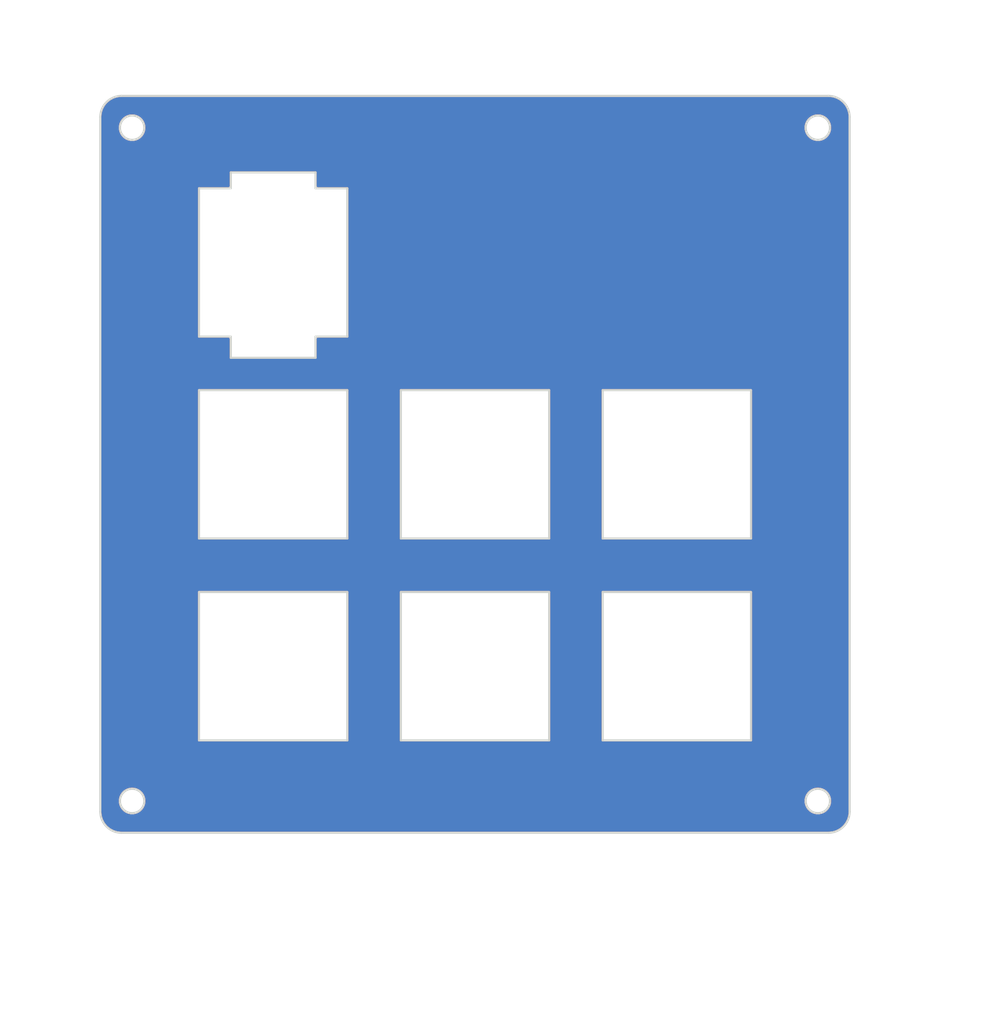
<source format=kicad_pcb>
(kicad_pcb (version 20171130) (host pcbnew "(5.1.10)-1")

  (general
    (thickness 1.6)
    (drawings 144)
    (tracks 0)
    (zones 0)
    (modules 1)
    (nets 1)
  )

  (page A4)
  (layers
    (0 F.Cu signal)
    (31 B.Cu signal)
    (32 B.Adhes user)
    (33 F.Adhes user)
    (34 B.Paste user)
    (35 F.Paste user)
    (36 B.SilkS user hide)
    (37 F.SilkS user)
    (38 B.Mask user)
    (39 F.Mask user)
    (40 Dwgs.User user)
    (41 Cmts.User user)
    (42 Eco1.User user)
    (43 Eco2.User user)
    (44 Edge.Cuts user)
    (45 Margin user)
    (46 B.CrtYd user)
    (47 F.CrtYd user)
    (48 B.Fab user)
    (49 F.Fab user)
  )

  (setup
    (last_trace_width 0.25)
    (trace_clearance 0.2)
    (zone_clearance 0)
    (zone_45_only no)
    (trace_min 0.2)
    (via_size 0.8)
    (via_drill 0.4)
    (via_min_size 0.4)
    (via_min_drill 0.3)
    (uvia_size 0.3)
    (uvia_drill 0.1)
    (uvias_allowed no)
    (uvia_min_size 0.2)
    (uvia_min_drill 0.1)
    (edge_width 0.05)
    (segment_width 0.2)
    (pcb_text_width 0.3)
    (pcb_text_size 1.5 1.5)
    (mod_edge_width 0.12)
    (mod_text_size 1 1)
    (mod_text_width 0.15)
    (pad_size 1.524 1.524)
    (pad_drill 0.762)
    (pad_to_mask_clearance 0.051)
    (solder_mask_min_width 0.25)
    (aux_axis_origin 0 0)
    (visible_elements 7FFFFFFF)
    (pcbplotparams
      (layerselection 0x010c0_ffffffff)
      (usegerberextensions false)
      (usegerberattributes false)
      (usegerberadvancedattributes false)
      (creategerberjobfile false)
      (gerberprecision 5)
      (excludeedgelayer true)
      (linewidth 0.100000)
      (plotframeref false)
      (viasonmask false)
      (mode 1)
      (useauxorigin false)
      (hpglpennumber 1)
      (hpglpenspeed 20)
      (hpglpendiameter 15.000000)
      (psnegative false)
      (psa4output false)
      (plotreference true)
      (plotvalue true)
      (plotinvisibletext false)
      (padsonsilk false)
      (subtractmaskfromsilk false)
      (outputformat 1)
      (mirror false)
      (drillshape 0)
      (scaleselection 1)
      (outputdirectory "Gerber/"))
  )

  (net 0 "")

  (net_class Default "This is the default net class."
    (clearance 0.2)
    (trace_width 0.25)
    (via_dia 0.8)
    (via_drill 0.4)
    (uvia_dia 0.3)
    (uvia_drill 0.1)
  )

  (module "CustomLogo:VCL logo" (layer F.Cu) (tedit 62052E6C) (tstamp 620591FD)
    (at 274.4216 93.3196)
    (fp_text reference G*** (at 0 0) (layer F.SilkS) hide
      (effects (font (size 1.524 1.524) (thickness 0.3)))
    )
    (fp_text value LOGO (at 0.75 0) (layer F.SilkS) hide
      (effects (font (size 1.524 1.524) (thickness 0.3)))
    )
    (fp_poly (pts (xy 4.804962 -1.160024) (xy 4.81567 -1.135546) (xy 4.833966 -1.081199) (xy 4.857343 -1.004862)
      (xy 4.883297 -0.914416) (xy 4.88493 -0.908538) (xy 4.98105 -0.599621) (xy 5.0886 -0.325991)
      (xy 5.208635 -0.085262) (xy 5.342213 0.124955) (xy 5.342316 0.125098) (xy 5.384988 0.181397)
      (xy 5.446757 0.258874) (xy 5.52094 0.349338) (xy 5.600856 0.444599) (xy 5.646695 0.498231)
      (xy 5.86061 0.75522) (xy 6.048945 1.001272) (xy 6.218472 1.246641) (xy 6.375962 1.501581)
      (xy 6.528185 1.776345) (xy 6.653138 2.022231) (xy 6.786383 2.300374) (xy 6.899249 2.552604)
      (xy 6.99368 2.785084) (xy 7.07162 3.003977) (xy 7.135011 3.215443) (xy 7.185798 3.425646)
      (xy 7.225924 3.640746) (xy 7.257331 3.866906) (xy 7.269358 3.976077) (xy 7.278589 4.106508)
      (xy 7.283376 4.265877) (xy 7.283955 4.444327) (xy 7.280558 4.631999) (xy 7.273419 4.819035)
      (xy 7.262772 4.995579) (xy 7.248851 5.151772) (xy 7.23973 5.226539) (xy 7.154383 5.721333)
      (xy 7.033882 6.226354) (xy 6.879477 6.737625) (xy 6.692418 7.251169) (xy 6.473956 7.763006)
      (xy 6.380212 7.961923) (xy 6.306972 8.11031) (xy 6.236658 8.247236) (xy 6.171299 8.36919)
      (xy 6.112926 8.472663) (xy 6.06357 8.554145) (xy 6.02526 8.610124) (xy 6.000026 8.637091)
      (xy 5.990639 8.635476) (xy 5.98169 8.607574) (xy 5.963427 8.5495) (xy 5.938092 8.468414)
      (xy 5.907922 8.371473) (xy 5.889963 8.313616) (xy 5.791533 8.011305) (xy 5.688037 7.725098)
      (xy 5.577009 7.450428) (xy 5.455984 7.182733) (xy 5.322496 6.917448) (xy 5.174078 6.650007)
      (xy 5.008265 6.375847) (xy 4.822591 6.090402) (xy 4.61459 5.78911) (xy 4.381796 5.467404)
      (xy 4.273955 5.322322) (xy 4.140567 5.143764) (xy 4.028047 4.992171) (xy 3.933542 4.863456)
      (xy 3.854199 4.75353) (xy 3.787165 4.658305) (xy 3.729587 4.573694) (xy 3.678612 4.495607)
      (xy 3.631388 4.419957) (xy 3.585062 4.342655) (xy 3.557953 4.296267) (xy 3.401053 3.990864)
      (xy 3.28047 3.67682) (xy 3.23033 3.504523) (xy 3.175 3.292231) (xy 3.176427 2.657231)
      (xy 3.178354 2.403175) (xy 3.183299 2.180187) (xy 3.19184 1.980332) (xy 3.204556 1.795678)
      (xy 3.222027 1.618291) (xy 3.244833 1.440238) (xy 3.273551 1.253586) (xy 3.283051 1.196815)
      (xy 3.360782 0.806029) (xy 3.455525 0.447651) (xy 3.567027 0.12219) (xy 3.695037 -0.169846)
      (xy 3.839301 -0.427947) (xy 3.999567 -0.651605) (xy 4.175582 -0.840312) (xy 4.367094 -0.993559)
      (xy 4.373189 -0.99768) (xy 4.448596 -1.04311) (xy 4.5328 -1.085483) (xy 4.617815 -1.121794)
      (xy 4.695655 -1.149041) (xy 4.758333 -1.164222) (xy 4.797863 -1.164333) (xy 4.804962 -1.160024)) (layer F.Mask) (width 0.01))
    (fp_poly (pts (xy 2.811728 -1.989185) (xy 3.077612 -1.97965) (xy 3.339331 -1.962045) (xy 3.588427 -1.936472)
      (xy 3.69277 -1.92259) (xy 3.778175 -1.909126) (xy 3.874996 -1.891965) (xy 3.975306 -1.872747)
      (xy 4.071183 -1.85311) (xy 4.154701 -1.834696) (xy 4.217937 -1.819142) (xy 4.252966 -1.808089)
      (xy 4.256791 -1.805894) (xy 4.247149 -1.789971) (xy 4.215633 -1.751171) (xy 4.167052 -1.695171)
      (xy 4.106212 -1.627643) (xy 4.100484 -1.621396) (xy 3.862015 -1.339623) (xy 3.634458 -1.027608)
      (xy 3.422878 -0.693749) (xy 3.232342 -0.346439) (xy 3.067917 0.005924) (xy 2.971817 0.249031)
      (xy 2.844052 0.649608) (xy 2.746557 1.064674) (xy 2.68045 1.486682) (xy 2.646846 1.908089)
      (xy 2.646863 2.321348) (xy 2.651649 2.413) (xy 2.659405 2.529695) (xy 2.663643 2.617074)
      (xy 2.660836 2.68282) (xy 2.647457 2.734617) (xy 2.61998 2.780146) (xy 2.574879 2.827091)
      (xy 2.508626 2.883134) (xy 2.417694 2.955959) (xy 2.393462 2.975451) (xy 2.040103 3.237368)
      (xy 1.673401 3.46319) (xy 1.291666 3.653659) (xy 0.893206 3.809516) (xy 0.476331 3.931501)
      (xy 0.039348 4.020355) (xy -0.008442 4.027896) (xy -0.118891 4.042838) (xy -0.236172 4.054321)
      (xy -0.367904 4.06281) (xy -0.521704 4.068772) (xy -0.705189 4.072672) (xy -0.75223 4.073324)
      (xy -0.891159 4.074741) (xy -1.02116 4.075409) (xy -1.135829 4.075345) (xy -1.228759 4.074569)
      (xy -1.293544 4.0731) (xy -1.318846 4.071656) (xy -1.829341 4.006874) (xy -2.328569 3.916069)
      (xy -2.821107 3.797829) (xy -3.311529 3.650741) (xy -3.804412 3.473392) (xy -4.304331 3.264369)
      (xy -4.815861 3.022258) (xy -4.970166 2.944043) (xy -5.106192 2.873001) (xy -5.251035 2.795482)
      (xy -5.393932 2.717375) (xy -5.524118 2.644566) (xy -5.63083 2.582944) (xy -5.636846 2.579377)
      (xy -5.732816 2.521259) (xy -5.835732 2.457038) (xy -5.940545 2.39008) (xy -6.042206 2.32375)
      (xy -6.135667 2.261413) (xy -6.215878 2.206435) (xy -6.277789 2.162183) (xy -6.316353 2.13202)
      (xy -6.326775 2.119493) (xy -6.305924 2.119786) (xy -6.25922 2.127203) (xy -6.222984 2.134528)
      (xy -6.175608 2.14061) (xy -6.096083 2.146118) (xy -5.991336 2.150779) (xy -5.868293 2.154318)
      (xy -5.733882 2.156461) (xy -5.656384 2.156948) (xy -5.466139 2.156073) (xy -5.30625 2.151486)
      (xy -5.168078 2.141939) (xy -5.042978 2.126184) (xy -4.922311 2.102973) (xy -4.797433 2.071058)
      (xy -4.659703 2.029192) (xy -4.572 2.000352) (xy -4.384948 1.931954) (xy -4.198657 1.851748)
      (xy -4.010439 1.757892) (xy -3.817608 1.648542) (xy -3.61748 1.521855) (xy -3.407369 1.375989)
      (xy -3.184588 1.209101) (xy -2.946453 1.019347) (xy -2.690276 0.804885) (xy -2.413374 0.563873)
      (xy -2.198077 0.371438) (xy -2.018664 0.210706) (xy -1.838603 0.051571) (xy -1.66272 -0.10182)
      (xy -1.495836 -0.24532) (xy -1.342777 -0.374784) (xy -1.208367 -0.486064) (xy -1.097429 -0.575015)
      (xy -1.092466 -0.578894) (xy -0.725387 -0.853108) (xy -0.369228 -1.093262) (xy -0.019743 -1.30131)
      (xy 0.327314 -1.479207) (xy 0.676192 -1.628905) (xy 1.031135 -1.75236) (xy 1.396391 -1.851525)
      (xy 1.776206 -1.928354) (xy 1.875693 -1.944575) (xy 2.073661 -1.968344) (xy 2.301295 -1.983635)
      (xy 2.550137 -1.990547) (xy 2.811728 -1.989185)) (layer F.Mask) (width 0.01))
    (fp_poly (pts (xy 5.795603 -3.168539) (xy 5.823611 -3.12357) (xy 5.864218 -3.055185) (xy 5.914231 -2.968756)
      (xy 5.96735 -2.875182) (xy 6.141545 -2.565642) (xy 6.48033 -2.501955) (xy 6.590497 -2.480512)
      (xy 6.68678 -2.460378) (xy 6.762813 -2.442999) (xy 6.81223 -2.429817) (xy 6.828591 -2.422934)
      (xy 6.819004 -2.404404) (xy 6.786548 -2.36246) (xy 6.735324 -2.301965) (xy 6.669432 -2.227781)
      (xy 6.603803 -2.156359) (xy 6.510031 -2.053942) (xy 6.442204 -1.975313) (xy 6.397904 -1.917374)
      (xy 6.374718 -1.877028) (xy 6.369732 -1.856212) (xy 6.37213 -1.820514) (xy 6.378625 -1.75395)
      (xy 6.38837 -1.664419) (xy 6.400521 -1.55982) (xy 6.408285 -1.495796) (xy 6.420971 -1.390454)
      (xy 6.431339 -1.299834) (xy 6.43868 -1.230523) (xy 6.442284 -1.189105) (xy 6.442284 -1.18026)
      (xy 6.424072 -1.186759) (xy 6.376228 -1.20728) (xy 6.304504 -1.239263) (xy 6.21465 -1.280147)
      (xy 6.12654 -1.320809) (xy 6.023214 -1.367949) (xy 5.930563 -1.408656) (xy 5.855023 -1.440224)
      (xy 5.803035 -1.459947) (xy 5.782454 -1.465384) (xy 5.75267 -1.457402) (xy 5.695956 -1.435685)
      (xy 5.620533 -1.403575) (xy 5.536992 -1.365532) (xy 5.406494 -1.304645) (xy 5.296266 -1.253938)
      (xy 5.209739 -1.214949) (xy 5.150342 -1.189217) (xy 5.121508 -1.178279) (xy 5.11927 -1.178267)
      (xy 5.121607 -1.197911) (xy 5.127945 -1.249765) (xy 5.137475 -1.327257) (xy 5.149389 -1.423817)
      (xy 5.158154 -1.494692) (xy 5.171398 -1.604566) (xy 5.182714 -1.703921) (xy 5.191257 -1.784878)
      (xy 5.196177 -1.839559) (xy 5.197038 -1.856212) (xy 5.188294 -1.885251) (xy 5.160273 -1.929527)
      (xy 5.110561 -1.992137) (xy 5.036741 -2.076179) (xy 4.962967 -2.156359) (xy 4.8877 -2.238457)
      (xy 4.823556 -2.311071) (xy 4.774635 -2.369337) (xy 4.745037 -2.408394) (xy 4.738179 -2.422934)
      (xy 4.759567 -2.431341) (xy 4.813055 -2.445191) (xy 4.892276 -2.463038) (xy 4.990865 -2.48344)
      (xy 5.08644 -2.501955) (xy 5.425224 -2.565642) (xy 5.59942 -2.875182) (xy 5.655397 -2.973744)
      (xy 5.704988 -3.059345) (xy 5.745003 -3.126613) (xy 5.772248 -3.17018) (xy 5.783385 -3.184722)
      (xy 5.795603 -3.168539)) (layer F.Mask) (width 0.01))
    (fp_poly (pts (xy -0.180447 -5.187626) (xy 0.189941 -5.162911) (xy 0.537549 -5.122491) (xy 0.741065 -5.089049)
      (xy 1.20246 -4.985056) (xy 1.642553 -4.848304) (xy 2.06138 -4.678771) (xy 2.458976 -4.476434)
      (xy 2.835378 -4.241271) (xy 3.190622 -3.97326) (xy 3.524743 -3.672377) (xy 3.837779 -3.338601)
      (xy 4.118979 -2.986545) (xy 4.180703 -2.900579) (xy 4.245172 -2.806589) (xy 4.308481 -2.710764)
      (xy 4.366724 -2.619295) (xy 4.415994 -2.538371) (xy 4.452388 -2.474184) (xy 4.471998 -2.432924)
      (xy 4.474308 -2.423356) (xy 4.455588 -2.413203) (xy 4.402339 -2.40667) (xy 4.318931 -2.403633)
      (xy 4.209733 -2.403967) (xy 4.079112 -2.407547) (xy 3.931439 -2.414248) (xy 3.771082 -2.423945)
      (xy 3.602409 -2.436514) (xy 3.429789 -2.451829) (xy 3.409462 -2.453801) (xy 3.126025 -2.478589)
      (xy 2.845673 -2.497403) (xy 2.574092 -2.510113) (xy 2.316968 -2.516592) (xy 2.079987 -2.516711)
      (xy 1.868834 -2.510341) (xy 1.689195 -2.497354) (xy 1.653556 -2.49349) (xy 1.246849 -2.429682)
      (xy 0.856019 -2.334134) (xy 0.47724 -2.205372) (xy 0.106684 -2.041922) (xy -0.259474 -1.842309)
      (xy -0.590174 -1.629312) (xy -0.799348 -1.484923) (xy -1.176328 -1.488336) (xy -1.300391 -1.489757)
      (xy -1.416955 -1.491638) (xy -1.518063 -1.493809) (xy -1.595762 -1.496101) (xy -1.64123 -1.498278)
      (xy -1.695402 -1.503278) (xy -1.777069 -1.511999) (xy -1.874967 -1.523196) (xy -1.973384 -1.535067)
      (xy -2.262146 -1.578045) (xy -2.540007 -1.634943) (xy -2.81187 -1.707672) (xy -3.082637 -1.798144)
      (xy -3.357212 -1.908271) (xy -3.640496 -2.039963) (xy -3.937391 -2.195133) (xy -4.252801 -2.375692)
      (xy -4.474307 -2.510201) (xy -4.726039 -2.663094) (xy -4.95184 -2.793362) (xy -5.156128 -2.902995)
      (xy -5.34332 -2.993988) (xy -5.517831 -3.068334) (xy -5.684078 -3.128025) (xy -5.846479 -3.175054)
      (xy -6.009448 -3.211415) (xy -6.041504 -3.217402) (xy -6.189833 -3.236809) (xy -6.365416 -3.247667)
      (xy -6.557432 -3.250212) (xy -6.755059 -3.244675) (xy -6.947474 -3.231291) (xy -7.123854 -3.210294)
      (xy -7.22923 -3.191762) (xy -7.236965 -3.195191) (xy -7.213842 -3.214102) (xy -7.163843 -3.246276)
      (xy -7.090947 -3.289493) (xy -6.999136 -3.341532) (xy -6.892389 -3.400175) (xy -6.774688 -3.463202)
      (xy -6.650011 -3.528393) (xy -6.522341 -3.593528) (xy -6.398846 -3.654829) (xy -5.811087 -3.928698)
      (xy -5.216667 -4.179432) (xy -4.619687 -4.405739) (xy -4.024246 -4.606325) (xy -3.434445 -4.779898)
      (xy -2.854386 -4.925166) (xy -2.288169 -5.040835) (xy -1.739895 -5.125613) (xy -1.729154 -5.126982)
      (xy -1.34797 -5.166316) (xy -0.957435 -5.189453) (xy -0.565584 -5.196515) (xy -0.180447 -5.187626)) (layer F.Mask) (width 0.01))
    (fp_poly (pts (xy -2.718665 -8.641797) (xy -2.671604 -8.619927) (xy -2.598848 -8.58513) (xy -2.505043 -8.539642)
      (xy -2.394835 -8.485701) (xy -2.290884 -8.434456) (xy -2.003945 -8.296547) (xy -1.732575 -8.175149)
      (xy -1.471434 -8.068884) (xy -1.215184 -7.976373) (xy -0.958485 -7.896239) (xy -0.695997 -7.827103)
      (xy -0.422381 -7.767587) (xy -0.132297 -7.716312) (xy 0.179593 -7.6719) (xy 0.518629 -7.632972)
      (xy 0.890151 -7.598151) (xy 0.976923 -7.590892) (xy 1.270586 -7.564597) (xy 1.530011 -7.536263)
      (xy 1.760026 -7.504821) (xy 1.965457 -7.469198) (xy 2.151133 -7.428324) (xy 2.321879 -7.381126)
      (xy 2.482523 -7.326534) (xy 2.637893 -7.263475) (xy 2.792816 -7.190879) (xy 2.80377 -7.185412)
      (xy 3.004579 -7.077171) (xy 3.192166 -6.95902) (xy 3.374145 -6.825261) (xy 3.558134 -6.670195)
      (xy 3.75175 -6.488122) (xy 3.801166 -6.439102) (xy 4.050923 -6.174695) (xy 4.26443 -5.916128)
      (xy 4.44275 -5.659841) (xy 4.586946 -5.402273) (xy 4.698082 -5.139862) (xy 4.777221 -4.869048)
      (xy 4.825425 -4.586269) (xy 4.843759 -4.287964) (xy 4.833285 -3.970572) (xy 4.795066 -3.630532)
      (xy 4.737789 -3.302) (xy 4.712216 -3.170325) (xy 4.692777 -3.075098) (xy 4.675417 -3.015044)
      (xy 4.656085 -2.988884) (xy 4.630727 -2.995343) (xy 4.595291 -3.033142) (xy 4.545723 -3.101005)
      (xy 4.477971 -3.197654) (xy 4.464942 -3.216027) (xy 4.202277 -3.569883) (xy 3.942548 -3.887881)
      (xy 3.682707 -4.17278) (xy 3.419706 -4.427339) (xy 3.150497 -4.654315) (xy 2.872033 -4.856468)
      (xy 2.581265 -5.036555) (xy 2.276231 -5.19681) (xy 2.150724 -5.255937) (xy 2.027845 -5.310286)
      (xy 1.902869 -5.361454) (xy 1.77107 -5.411036) (xy 1.627726 -5.460627) (xy 1.46811 -5.511823)
      (xy 1.287498 -5.56622) (xy 1.081166 -5.625414) (xy 0.84439 -5.690999) (xy 0.683846 -5.734594)
      (xy 0.448541 -5.798824) (xy 0.246186 -5.855813) (xy 0.071701 -5.907305) (xy -0.079993 -5.955044)
      (xy -0.213978 -6.000773) (xy -0.335332 -6.046234) (xy -0.449136 -6.093171) (xy -0.560471 -6.143327)
      (xy -0.674415 -6.198445) (xy -0.688674 -6.20556) (xy -0.945886 -6.346299) (xy -1.179311 -6.500855)
      (xy -1.399844 -6.677193) (xy -1.618379 -6.883278) (xy -1.625449 -6.890441) (xy -1.849402 -7.134736)
      (xy -2.054863 -7.395366) (xy -2.246245 -7.678656) (xy -2.427961 -7.990931) (xy -2.530819 -8.188128)
      (xy -2.572602 -8.273374) (xy -2.615679 -8.364754) (xy -2.656688 -8.454699) (xy -2.692264 -8.535639)
      (xy -2.719044 -8.600007) (xy -2.733667 -8.640233) (xy -2.735384 -8.648502) (xy -2.718665 -8.641797)) (layer F.Mask) (width 0.01))
  )

  (gr_line (start 302.061184 81.53473) (end 302.061184 147.065746) (layer B.Mask) (width 2))
  (gr_arc (start 300.061184 81.53473) (end 302.061184 81.53473) (angle -90) (layer B.Mask) (width 2))
  (gr_line (start 233.339263 79.53473) (end 300.061184 79.53473) (layer B.Mask) (width 2))
  (gr_arc (start 233.339263 81.534729) (end 233.339263 79.53473) (angle -90) (layer B.Mask) (width 2))
  (gr_line (start 231.339263 147.065746) (end 231.339263 81.53473) (layer B.Mask) (width 2))
  (gr_arc (start 233.339263 147.065746) (end 231.339263 147.065746) (angle -90) (layer B.Mask) (width 2))
  (gr_line (start 300.061184 149.065746) (end 233.339263 149.065745) (layer B.Mask) (width 2))
  (gr_arc (start 300.061184 147.065746) (end 300.061184 149.065746) (angle -90) (layer B.Mask) (width 2))
  (gr_line (start 259.7 126.35) (end 259.7 140.35) (layer B.Mask) (width 2))
  (gr_line (start 273.7 126.35) (end 259.7 126.35) (layer B.Mask) (width 2))
  (gr_line (start 273.7 140.35) (end 273.7 126.35) (layer B.Mask) (width 2))
  (gr_line (start 259.7 140.35) (end 273.7 140.35) (layer B.Mask) (width 2))
  (gr_circle (center 234.339263 146.065746) (end 235.489263 146.065746) (layer B.Mask) (width 2))
  (gr_line (start 273.7 121.299999) (end 273.7 107.3) (layer B.Mask) (width 2))
  (gr_line (start 259.7 121.299999) (end 273.7 121.299999) (layer B.Mask) (width 2))
  (gr_line (start 259.7 107.3) (end 259.7 121.299999) (layer B.Mask) (width 2))
  (gr_line (start 273.7 107.3) (end 259.7 107.3) (layer B.Mask) (width 2))
  (gr_line (start 254.65 126.35) (end 240.65 126.35) (layer B.Mask) (width 2))
  (gr_line (start 254.65 140.35) (end 254.65 126.35) (layer B.Mask) (width 2))
  (gr_line (start 240.65 140.35) (end 254.65 140.35) (layer B.Mask) (width 2))
  (gr_line (start 240.65 126.35) (end 240.65 140.35) (layer B.Mask) (width 2))
  (gr_circle (center 299.061184 146.065746) (end 300.211184 146.065746) (layer B.Mask) (width 2))
  (gr_circle (center 299.061184 82.53473) (end 300.211184 82.53473) (layer B.Mask) (width 2))
  (gr_line (start 278.75 107.299999) (end 278.75 121.299999) (layer B.Mask) (width 2))
  (gr_line (start 292.75 107.299999) (end 278.75 107.299999) (layer B.Mask) (width 2))
  (gr_line (start 292.75 121.299999) (end 292.75 107.299999) (layer B.Mask) (width 2))
  (gr_line (start 278.75 121.299999) (end 292.75 121.299999) (layer B.Mask) (width 2))
  (gr_line (start 292.75 126.35) (end 278.749999 126.35) (layer B.Mask) (width 2))
  (gr_line (start 292.75 140.35) (end 292.75 126.35) (layer B.Mask) (width 2))
  (gr_line (start 278.749999 140.35) (end 292.75 140.35) (layer B.Mask) (width 2))
  (gr_line (start 278.749999 126.35) (end 278.749999 140.35) (layer B.Mask) (width 2))
  (gr_circle (center 234.339263 82.53473) (end 235.489263 82.53473) (layer B.Mask) (width 2))
  (gr_line (start 254.65 121.299999) (end 254.65 107.3) (layer B.Mask) (width 2))
  (gr_line (start 240.65 121.299999) (end 254.65 121.299999) (layer B.Mask) (width 2))
  (gr_line (start 240.65 107.3) (end 240.65 121.299999) (layer B.Mask) (width 2))
  (gr_line (start 254.65 107.3) (end 240.65 107.3) (layer B.Mask) (width 2))
  (gr_line (start 254.65104 88.2504) (end 251.65104 88.2504) (layer B.Mask) (width 2))
  (gr_line (start 254.65104 102.2504) (end 254.65104 88.2504) (layer B.Mask) (width 2))
  (gr_line (start 251.65104 102.2504) (end 254.65104 102.2504) (layer B.Mask) (width 2))
  (gr_line (start 251.65104 104.2504) (end 251.65104 102.2504) (layer B.Mask) (width 2))
  (gr_line (start 243.65104 104.2504) (end 251.65104 104.2504) (layer B.Mask) (width 2))
  (gr_line (start 243.65104 102.2504) (end 243.65104 104.2504) (layer B.Mask) (width 2))
  (gr_line (start 240.65104 102.2504) (end 243.65104 102.2504) (layer B.Mask) (width 2))
  (gr_line (start 240.65104 88.2504) (end 240.65104 102.2504) (layer B.Mask) (width 2))
  (gr_line (start 243.65104 88.2504) (end 240.65104 88.2504) (layer B.Mask) (width 2))
  (gr_line (start 243.65104 86.750399) (end 243.65104 88.2504) (layer B.Mask) (width 2))
  (gr_line (start 251.65104 86.750399) (end 243.65104 86.750399) (layer B.Mask) (width 2))
  (gr_line (start 251.65104 88.2504) (end 251.65104 86.750399) (layer B.Mask) (width 2))
  (gr_line (start 254.65104 102.2504) (end 254.65104 88.2504) (layer F.Mask) (width 2))
  (gr_line (start 251.65104 102.2504) (end 254.65104 102.2504) (layer F.Mask) (width 2))
  (gr_line (start 251.65104 104.2504) (end 251.65104 102.2504) (layer F.Mask) (width 2))
  (gr_line (start 243.65104 104.2504) (end 251.65104 104.2504) (layer F.Mask) (width 2))
  (gr_line (start 302.061184 81.53473) (end 302.061184 147.065746) (layer F.Mask) (width 2))
  (gr_arc (start 300.061184 81.53473) (end 302.061184 81.53473) (angle -90) (layer F.Mask) (width 2))
  (gr_line (start 233.339263 79.53473) (end 300.061184 79.53473) (layer F.Mask) (width 2))
  (gr_arc (start 233.339263 81.534729) (end 233.339263 79.53473) (angle -90) (layer F.Mask) (width 2))
  (gr_line (start 231.339263 147.065746) (end 231.339263 81.53473) (layer F.Mask) (width 2))
  (gr_arc (start 233.339263 147.065746) (end 231.339263 147.065746) (angle -90) (layer F.Mask) (width 2))
  (gr_line (start 300.061184 149.065746) (end 233.339263 149.065745) (layer F.Mask) (width 2))
  (gr_arc (start 300.061184 147.065746) (end 300.061184 149.065746) (angle -90) (layer F.Mask) (width 2))
  (gr_line (start 259.7 126.35) (end 259.7 140.35) (layer F.Mask) (width 2))
  (gr_line (start 273.7 126.35) (end 259.7 126.35) (layer F.Mask) (width 2))
  (gr_line (start 273.7 140.35) (end 273.7 126.35) (layer F.Mask) (width 2))
  (gr_line (start 259.7 140.35) (end 273.7 140.35) (layer F.Mask) (width 2))
  (gr_circle (center 234.339263 146.065746) (end 235.489263 146.065746) (layer F.Mask) (width 2))
  (gr_line (start 273.7 121.299999) (end 273.7 107.3) (layer F.Mask) (width 2))
  (gr_line (start 259.7 121.299999) (end 273.7 121.299999) (layer F.Mask) (width 2))
  (gr_line (start 259.7 107.3) (end 259.7 121.299999) (layer F.Mask) (width 2))
  (gr_line (start 273.7 107.3) (end 259.7 107.3) (layer F.Mask) (width 2))
  (gr_line (start 254.65 126.35) (end 240.65 126.35) (layer F.Mask) (width 2))
  (gr_line (start 254.65 140.35) (end 254.65 126.35) (layer F.Mask) (width 2))
  (gr_line (start 240.65 140.35) (end 254.65 140.35) (layer F.Mask) (width 2))
  (gr_line (start 240.65 126.35) (end 240.65 140.35) (layer F.Mask) (width 2))
  (gr_circle (center 299.061184 146.065746) (end 300.211184 146.065746) (layer F.Mask) (width 2))
  (gr_circle (center 299.061184 82.53473) (end 300.211184 82.53473) (layer F.Mask) (width 2))
  (gr_line (start 278.75 107.299999) (end 278.75 121.299999) (layer F.Mask) (width 2))
  (gr_line (start 292.75 107.299999) (end 278.75 107.299999) (layer F.Mask) (width 2))
  (gr_line (start 292.75 121.299999) (end 292.75 107.299999) (layer F.Mask) (width 2))
  (gr_line (start 278.75 121.299999) (end 292.75 121.299999) (layer F.Mask) (width 2))
  (gr_line (start 292.75 126.35) (end 278.749999 126.35) (layer F.Mask) (width 2))
  (gr_line (start 292.75 140.35) (end 292.75 126.35) (layer F.Mask) (width 2))
  (gr_line (start 278.749999 140.35) (end 292.75 140.35) (layer F.Mask) (width 2))
  (gr_line (start 278.749999 126.35) (end 278.749999 140.35) (layer F.Mask) (width 2))
  (gr_circle (center 234.339263 82.53473) (end 235.489263 82.53473) (layer F.Mask) (width 2))
  (gr_line (start 254.65 121.299999) (end 254.65 107.3) (layer F.Mask) (width 2))
  (gr_line (start 240.65 121.299999) (end 254.65 121.299999) (layer F.Mask) (width 2))
  (gr_line (start 240.65 107.3) (end 240.65 121.299999) (layer F.Mask) (width 2))
  (gr_line (start 254.65 107.3) (end 240.65 107.3) (layer F.Mask) (width 2))
  (gr_line (start 254.65104 88.2504) (end 251.65104 88.2504) (layer F.Mask) (width 2))
  (gr_line (start 243.65104 102.2504) (end 243.65104 104.2504) (layer F.Mask) (width 2))
  (gr_line (start 240.65104 102.2504) (end 243.65104 102.2504) (layer F.Mask) (width 2))
  (gr_line (start 240.65104 88.2504) (end 240.65104 102.2504) (layer F.Mask) (width 2))
  (gr_line (start 243.65104 88.2504) (end 240.65104 88.2504) (layer F.Mask) (width 2))
  (gr_line (start 243.65104 86.750399) (end 243.65104 88.2504) (layer F.Mask) (width 2))
  (gr_line (start 251.65104 86.750399) (end 243.65104 86.750399) (layer F.Mask) (width 2))
  (gr_line (start 251.65104 88.2504) (end 251.65104 86.750399) (layer F.Mask) (width 2))
  (gr_line (start 302.061184 81.53473) (end 302.061184 147.065746) (layer Edge.Cuts) (width 0.2))
  (gr_arc (start 300.061184 81.53473) (end 302.061184 81.53473) (angle -90) (layer Edge.Cuts) (width 0.2))
  (gr_line (start 233.339263 79.53473) (end 300.061184 79.53473) (layer Edge.Cuts) (width 0.2))
  (gr_arc (start 233.339263 81.534729) (end 233.339263 79.53473) (angle -90) (layer Edge.Cuts) (width 0.2))
  (gr_line (start 231.339263 147.065746) (end 231.339263 81.53473) (layer Edge.Cuts) (width 0.2))
  (gr_arc (start 233.339263 147.065746) (end 231.339263 147.065746) (angle -90) (layer Edge.Cuts) (width 0.2))
  (gr_line (start 300.061184 149.065746) (end 233.339263 149.065745) (layer Edge.Cuts) (width 0.2))
  (gr_arc (start 300.061184 147.065746) (end 300.061184 149.065746) (angle -90) (layer Edge.Cuts) (width 0.2))
  (gr_line (start 259.7 126.35) (end 259.7 140.35) (layer Edge.Cuts) (width 0.2))
  (gr_line (start 273.7 126.35) (end 259.7 126.35) (layer Edge.Cuts) (width 0.2))
  (gr_line (start 273.7 140.35) (end 273.7 126.35) (layer Edge.Cuts) (width 0.2))
  (gr_line (start 259.7 140.35) (end 273.7 140.35) (layer Edge.Cuts) (width 0.2))
  (gr_circle (center 234.339263 146.065746) (end 235.489263 146.065746) (layer Edge.Cuts) (width 0.2))
  (gr_line (start 273.7 121.299999) (end 273.7 107.3) (layer Edge.Cuts) (width 0.2))
  (gr_line (start 259.7 121.299999) (end 273.7 121.299999) (layer Edge.Cuts) (width 0.2))
  (gr_line (start 259.7 107.3) (end 259.7 121.299999) (layer Edge.Cuts) (width 0.2))
  (gr_line (start 273.7 107.3) (end 259.7 107.3) (layer Edge.Cuts) (width 0.2))
  (gr_line (start 254.65 126.35) (end 240.65 126.35) (layer Edge.Cuts) (width 0.2))
  (gr_line (start 254.65 140.35) (end 254.65 126.35) (layer Edge.Cuts) (width 0.2))
  (gr_line (start 240.65 140.35) (end 254.65 140.35) (layer Edge.Cuts) (width 0.2))
  (gr_line (start 240.65 126.35) (end 240.65 140.35) (layer Edge.Cuts) (width 0.2))
  (gr_circle (center 299.061184 146.065746) (end 300.211184 146.065746) (layer Edge.Cuts) (width 0.2))
  (gr_circle (center 299.061184 82.53473) (end 300.211184 82.53473) (layer Edge.Cuts) (width 0.2))
  (gr_line (start 278.75 107.299999) (end 278.75 121.299999) (layer Edge.Cuts) (width 0.2))
  (gr_line (start 292.75 107.299999) (end 278.75 107.299999) (layer Edge.Cuts) (width 0.2))
  (gr_line (start 292.75 121.299999) (end 292.75 107.299999) (layer Edge.Cuts) (width 0.2))
  (gr_line (start 278.75 121.299999) (end 292.75 121.299999) (layer Edge.Cuts) (width 0.2))
  (gr_line (start 292.75 126.35) (end 278.749999 126.35) (layer Edge.Cuts) (width 0.2))
  (gr_line (start 292.75 140.35) (end 292.75 126.35) (layer Edge.Cuts) (width 0.2))
  (gr_line (start 278.749999 140.35) (end 292.75 140.35) (layer Edge.Cuts) (width 0.2))
  (gr_line (start 278.749999 126.35) (end 278.749999 140.35) (layer Edge.Cuts) (width 0.2))
  (gr_circle (center 234.339263 82.53473) (end 235.489263 82.53473) (layer Edge.Cuts) (width 0.2))
  (gr_line (start 254.65 121.299999) (end 254.65 107.3) (layer Edge.Cuts) (width 0.2))
  (gr_line (start 240.65 121.299999) (end 254.65 121.299999) (layer Edge.Cuts) (width 0.2))
  (gr_line (start 240.65 107.3) (end 240.65 121.299999) (layer Edge.Cuts) (width 0.2))
  (gr_line (start 254.65 107.3) (end 240.65 107.3) (layer Edge.Cuts) (width 0.2))
  (gr_line (start 254.65104 88.2504) (end 251.65104 88.2504) (layer Edge.Cuts) (width 0.2))
  (gr_line (start 254.65104 102.2504) (end 254.65104 88.2504) (layer Edge.Cuts) (width 0.2))
  (gr_line (start 251.65104 102.2504) (end 254.65104 102.2504) (layer Edge.Cuts) (width 0.2))
  (gr_line (start 251.65104 104.2504) (end 251.65104 102.2504) (layer Edge.Cuts) (width 0.2))
  (gr_line (start 243.65104 104.2504) (end 251.65104 104.2504) (layer Edge.Cuts) (width 0.2))
  (gr_line (start 243.65104 102.2504) (end 243.65104 104.2504) (layer Edge.Cuts) (width 0.2))
  (gr_line (start 240.65104 102.2504) (end 243.65104 102.2504) (layer Edge.Cuts) (width 0.2))
  (gr_line (start 240.65104 88.2504) (end 240.65104 102.2504) (layer Edge.Cuts) (width 0.2))
  (gr_line (start 243.65104 88.2504) (end 240.65104 88.2504) (layer Edge.Cuts) (width 0.2))
  (gr_line (start 243.65104 86.750399) (end 243.65104 88.2504) (layer Edge.Cuts) (width 0.2))
  (gr_line (start 251.65104 86.750399) (end 243.65104 86.750399) (layer Edge.Cuts) (width 0.2))
  (gr_line (start 251.65104 88.2504) (end 251.65104 86.750399) (layer Edge.Cuts) (width 0.2))

  (zone (net 0) (net_name "") (layer F.Cu) (tstamp 619888EA) (hatch edge 0.508)
    (connect_pads (clearance 0))
    (min_thickness 0.254)
    (fill yes (arc_segments 32) (thermal_gap 0) (thermal_bridge_width 0.508))
    (polygon
      (pts
        (xy 315.214 167.132) (xy 221.869 167.132) (xy 221.869 70.485) (xy 315.214 70.485)
      )
    )
    (filled_polygon
      (pts
        (xy 300.40535 79.796565) (xy 300.736406 79.896516) (xy 301.041746 80.058869) (xy 301.309733 80.277434) (xy 301.530164 80.543888)
        (xy 301.694644 80.848087) (xy 301.796905 81.178438) (xy 301.834176 81.533052) (xy 301.834184 81.535242) (xy 301.834185 147.054629)
        (xy 301.799349 147.409912) (xy 301.699397 147.740971) (xy 301.537047 148.046306) (xy 301.318481 148.314294) (xy 301.052022 148.534729)
        (xy 300.747827 148.699206) (xy 300.417475 148.801467) (xy 300.062862 148.838738) (xy 300.060387 148.838747) (xy 233.35036 148.838745)
        (xy 232.995097 148.803911) (xy 232.664038 148.703959) (xy 232.358703 148.541609) (xy 232.090715 148.323043) (xy 231.87028 148.056584)
        (xy 231.705803 147.752389) (xy 231.603542 147.422037) (xy 231.566271 147.067424) (xy 231.566263 147.065234) (xy 231.566263 145.928816)
        (xy 232.94899 145.928816) (xy 232.94899 146.202676) (xy 233.002417 146.471274) (xy 233.107219 146.724287) (xy 233.259367 146.951993)
        (xy 233.453016 147.145642) (xy 233.680722 147.29779) (xy 233.933735 147.402592) (xy 234.202333 147.456019) (xy 234.476193 147.456019)
        (xy 234.744791 147.402592) (xy 234.997804 147.29779) (xy 235.22551 147.145642) (xy 235.419159 146.951993) (xy 235.571307 146.724287)
        (xy 235.676109 146.471274) (xy 235.729536 146.202676) (xy 235.729536 145.928816) (xy 297.670911 145.928816) (xy 297.670911 146.202676)
        (xy 297.724338 146.471274) (xy 297.82914 146.724287) (xy 297.981288 146.951993) (xy 298.174937 147.145642) (xy 298.402643 147.29779)
        (xy 298.655656 147.402592) (xy 298.924254 147.456019) (xy 299.198114 147.456019) (xy 299.466712 147.402592) (xy 299.719725 147.29779)
        (xy 299.947431 147.145642) (xy 300.14108 146.951993) (xy 300.293228 146.724287) (xy 300.39803 146.471274) (xy 300.451457 146.202676)
        (xy 300.451457 145.928816) (xy 300.39803 145.660218) (xy 300.293228 145.407205) (xy 300.14108 145.179499) (xy 299.947431 144.98585)
        (xy 299.719725 144.833702) (xy 299.466712 144.7289) (xy 299.198114 144.675473) (xy 298.924254 144.675473) (xy 298.655656 144.7289)
        (xy 298.402643 144.833702) (xy 298.174937 144.98585) (xy 297.981288 145.179499) (xy 297.82914 145.407205) (xy 297.724338 145.660218)
        (xy 297.670911 145.928816) (xy 235.729536 145.928816) (xy 235.676109 145.660218) (xy 235.571307 145.407205) (xy 235.419159 145.179499)
        (xy 235.22551 144.98585) (xy 234.997804 144.833702) (xy 234.744791 144.7289) (xy 234.476193 144.675473) (xy 234.202333 144.675473)
        (xy 233.933735 144.7289) (xy 233.680722 144.833702) (xy 233.453016 144.98585) (xy 233.259367 145.179499) (xy 233.107219 145.407205)
        (xy 233.002417 145.660218) (xy 232.94899 145.928816) (xy 231.566263 145.928816) (xy 231.566263 126.35) (xy 240.421902 126.35)
        (xy 240.423 126.361148) (xy 240.423001 140.338842) (xy 240.421902 140.35) (xy 240.426285 140.3945) (xy 240.439265 140.437289)
        (xy 240.460343 140.476724) (xy 240.48871 140.51129) (xy 240.523276 140.539657) (xy 240.562711 140.560735) (xy 240.6055 140.573715)
        (xy 240.638852 140.577) (xy 240.65 140.578098) (xy 240.661148 140.577) (xy 254.638852 140.577) (xy 254.65 140.578098)
        (xy 254.661148 140.577) (xy 254.6945 140.573715) (xy 254.737289 140.560735) (xy 254.776724 140.539657) (xy 254.81129 140.51129)
        (xy 254.839657 140.476724) (xy 254.860735 140.437289) (xy 254.873715 140.3945) (xy 254.878098 140.35) (xy 254.877 140.338852)
        (xy 254.877 126.361148) (xy 254.878098 126.35) (xy 259.471902 126.35) (xy 259.473 126.361148) (xy 259.473001 140.338842)
        (xy 259.471902 140.35) (xy 259.476285 140.3945) (xy 259.489265 140.437289) (xy 259.510343 140.476724) (xy 259.53871 140.51129)
        (xy 259.573276 140.539657) (xy 259.612711 140.560735) (xy 259.6555 140.573715) (xy 259.688852 140.577) (xy 259.7 140.578098)
        (xy 259.711148 140.577) (xy 273.688852 140.577) (xy 273.7 140.578098) (xy 273.711148 140.577) (xy 273.7445 140.573715)
        (xy 273.787289 140.560735) (xy 273.826724 140.539657) (xy 273.86129 140.51129) (xy 273.889657 140.476724) (xy 273.910735 140.437289)
        (xy 273.923715 140.3945) (xy 273.928098 140.35) (xy 273.927 140.338852) (xy 273.927 126.361148) (xy 273.928098 126.35)
        (xy 278.521901 126.35) (xy 278.522999 126.361148) (xy 278.523 140.338842) (xy 278.521901 140.35) (xy 278.526284 140.3945)
        (xy 278.539264 140.437289) (xy 278.560342 140.476724) (xy 278.588709 140.51129) (xy 278.623275 140.539657) (xy 278.66271 140.560735)
        (xy 278.705499 140.573715) (xy 278.738851 140.577) (xy 278.749999 140.578098) (xy 278.761147 140.577) (xy 292.738852 140.577)
        (xy 292.75 140.578098) (xy 292.761148 140.577) (xy 292.7945 140.573715) (xy 292.837289 140.560735) (xy 292.876724 140.539657)
        (xy 292.91129 140.51129) (xy 292.939657 140.476724) (xy 292.960735 140.437289) (xy 292.973715 140.3945) (xy 292.978098 140.35)
        (xy 292.977 140.338852) (xy 292.977 126.361148) (xy 292.978098 126.35) (xy 292.973715 126.3055) (xy 292.960735 126.262711)
        (xy 292.939657 126.223276) (xy 292.91129 126.18871) (xy 292.876724 126.160343) (xy 292.837289 126.139265) (xy 292.7945 126.126285)
        (xy 292.761148 126.123) (xy 292.75 126.121902) (xy 292.738852 126.123) (xy 278.761147 126.123) (xy 278.749999 126.121902)
        (xy 278.738851 126.123) (xy 278.705499 126.126285) (xy 278.66271 126.139265) (xy 278.623275 126.160343) (xy 278.588709 126.18871)
        (xy 278.560342 126.223276) (xy 278.539264 126.262711) (xy 278.526284 126.3055) (xy 278.521901 126.35) (xy 273.928098 126.35)
        (xy 273.923715 126.3055) (xy 273.910735 126.262711) (xy 273.889657 126.223276) (xy 273.86129 126.18871) (xy 273.826724 126.160343)
        (xy 273.787289 126.139265) (xy 273.7445 126.126285) (xy 273.711148 126.123) (xy 273.7 126.121902) (xy 273.688852 126.123)
        (xy 259.711148 126.123) (xy 259.7 126.121902) (xy 259.688852 126.123) (xy 259.6555 126.126285) (xy 259.612711 126.139265)
        (xy 259.573276 126.160343) (xy 259.53871 126.18871) (xy 259.510343 126.223276) (xy 259.489265 126.262711) (xy 259.476285 126.3055)
        (xy 259.471902 126.35) (xy 254.878098 126.35) (xy 254.873715 126.3055) (xy 254.860735 126.262711) (xy 254.839657 126.223276)
        (xy 254.81129 126.18871) (xy 254.776724 126.160343) (xy 254.737289 126.139265) (xy 254.6945 126.126285) (xy 254.661148 126.123)
        (xy 254.65 126.121902) (xy 254.638852 126.123) (xy 240.661148 126.123) (xy 240.65 126.121902) (xy 240.638852 126.123)
        (xy 240.6055 126.126285) (xy 240.562711 126.139265) (xy 240.523276 126.160343) (xy 240.48871 126.18871) (xy 240.460343 126.223276)
        (xy 240.439265 126.262711) (xy 240.426285 126.3055) (xy 240.421902 126.35) (xy 231.566263 126.35) (xy 231.566263 107.3)
        (xy 240.421902 107.3) (xy 240.423 107.311148) (xy 240.423001 121.288841) (xy 240.421902 121.299999) (xy 240.426285 121.344499)
        (xy 240.439265 121.387288) (xy 240.460343 121.426723) (xy 240.48871 121.461289) (xy 240.523276 121.489656) (xy 240.562711 121.510734)
        (xy 240.6055 121.523714) (xy 240.638852 121.526999) (xy 240.65 121.528097) (xy 240.661148 121.526999) (xy 254.638852 121.526999)
        (xy 254.65 121.528097) (xy 254.661148 121.526999) (xy 254.6945 121.523714) (xy 254.737289 121.510734) (xy 254.776724 121.489656)
        (xy 254.81129 121.461289) (xy 254.839657 121.426723) (xy 254.860735 121.387288) (xy 254.873715 121.344499) (xy 254.878098 121.299999)
        (xy 254.877 121.288851) (xy 254.877 107.311148) (xy 254.878098 107.3) (xy 259.471902 107.3) (xy 259.473 107.311148)
        (xy 259.473001 121.288841) (xy 259.471902 121.299999) (xy 259.476285 121.344499) (xy 259.489265 121.387288) (xy 259.510343 121.426723)
        (xy 259.53871 121.461289) (xy 259.573276 121.489656) (xy 259.612711 121.510734) (xy 259.6555 121.523714) (xy 259.688852 121.526999)
        (xy 259.7 121.528097) (xy 259.711148 121.526999) (xy 273.688852 121.526999) (xy 273.7 121.528097) (xy 273.711148 121.526999)
        (xy 273.7445 121.523714) (xy 273.787289 121.510734) (xy 273.826724 121.489656) (xy 273.86129 121.461289) (xy 273.889657 121.426723)
        (xy 273.910735 121.387288) (xy 273.923715 121.344499) (xy 273.928098 121.299999) (xy 273.927 121.288851) (xy 273.927 107.311148)
        (xy 273.928098 107.3) (xy 273.928098 107.299999) (xy 278.521902 107.299999) (xy 278.523 107.311147) (xy 278.523001 121.288841)
        (xy 278.521902 121.299999) (xy 278.526285 121.344499) (xy 278.539265 121.387288) (xy 278.560343 121.426723) (xy 278.58871 121.461289)
        (xy 278.623276 121.489656) (xy 278.662711 121.510734) (xy 278.7055 121.523714) (xy 278.738852 121.526999) (xy 278.75 121.528097)
        (xy 278.761148 121.526999) (xy 292.738852 121.526999) (xy 292.75 121.528097) (xy 292.761148 121.526999) (xy 292.7945 121.523714)
        (xy 292.837289 121.510734) (xy 292.876724 121.489656) (xy 292.91129 121.461289) (xy 292.939657 121.426723) (xy 292.960735 121.387288)
        (xy 292.973715 121.344499) (xy 292.978098 121.299999) (xy 292.977 121.288851) (xy 292.977 107.311147) (xy 292.978098 107.299999)
        (xy 292.973715 107.255499) (xy 292.960735 107.21271) (xy 292.939657 107.173275) (xy 292.91129 107.138709) (xy 292.876724 107.110342)
        (xy 292.837289 107.089264) (xy 292.7945 107.076284) (xy 292.761148 107.072999) (xy 292.75 107.071901) (xy 292.738852 107.072999)
        (xy 278.761148 107.072999) (xy 278.75 107.071901) (xy 278.738852 107.072999) (xy 278.7055 107.076284) (xy 278.662711 107.089264)
        (xy 278.623276 107.110342) (xy 278.58871 107.138709) (xy 278.560343 107.173275) (xy 278.539265 107.21271) (xy 278.526285 107.255499)
        (xy 278.521902 107.299999) (xy 273.928098 107.299999) (xy 273.923715 107.2555) (xy 273.910735 107.212711) (xy 273.889657 107.173276)
        (xy 273.86129 107.13871) (xy 273.826724 107.110343) (xy 273.787289 107.089265) (xy 273.7445 107.076285) (xy 273.711148 107.073)
        (xy 273.7 107.071902) (xy 273.688852 107.073) (xy 259.711148 107.073) (xy 259.7 107.071902) (xy 259.688852 107.073)
        (xy 259.6555 107.076285) (xy 259.612711 107.089265) (xy 259.573276 107.110343) (xy 259.53871 107.13871) (xy 259.510343 107.173276)
        (xy 259.489265 107.212711) (xy 259.476285 107.2555) (xy 259.471902 107.3) (xy 254.878098 107.3) (xy 254.873715 107.2555)
        (xy 254.860735 107.212711) (xy 254.839657 107.173276) (xy 254.81129 107.13871) (xy 254.776724 107.110343) (xy 254.737289 107.089265)
        (xy 254.6945 107.076285) (xy 254.661148 107.073) (xy 254.65 107.071902) (xy 254.638852 107.073) (xy 240.661148 107.073)
        (xy 240.65 107.071902) (xy 240.638852 107.073) (xy 240.6055 107.076285) (xy 240.562711 107.089265) (xy 240.523276 107.110343)
        (xy 240.48871 107.13871) (xy 240.460343 107.173276) (xy 240.439265 107.212711) (xy 240.426285 107.2555) (xy 240.421902 107.3)
        (xy 231.566263 107.3) (xy 231.566263 88.2504) (xy 240.422942 88.2504) (xy 240.42404 88.261547) (xy 240.424041 102.239242)
        (xy 240.422942 102.2504) (xy 240.427325 102.2949) (xy 240.440305 102.337689) (xy 240.461383 102.377124) (xy 240.48975 102.41169)
        (xy 240.524316 102.440057) (xy 240.563751 102.461135) (xy 240.60654 102.474115) (xy 240.639892 102.4774) (xy 240.65104 102.478498)
        (xy 240.662188 102.4774) (xy 243.42404 102.4774) (xy 243.424041 104.239242) (xy 243.422942 104.2504) (xy 243.427325 104.2949)
        (xy 243.440305 104.337689) (xy 243.461383 104.377124) (xy 243.48975 104.41169) (xy 243.524316 104.440057) (xy 243.563751 104.461135)
        (xy 243.60654 104.474115) (xy 243.639892 104.4774) (xy 243.65104 104.478498) (xy 243.662188 104.4774) (xy 251.639892 104.4774)
        (xy 251.65104 104.478498) (xy 251.662188 104.4774) (xy 251.69554 104.474115) (xy 251.738329 104.461135) (xy 251.777764 104.440057)
        (xy 251.81233 104.41169) (xy 251.840697 104.377124) (xy 251.861775 104.337689) (xy 251.874755 104.2949) (xy 251.879138 104.2504)
        (xy 251.87804 104.239252) (xy 251.87804 102.4774) (xy 254.639892 102.4774) (xy 254.65104 102.478498) (xy 254.662188 102.4774)
        (xy 254.69554 102.474115) (xy 254.738329 102.461135) (xy 254.777764 102.440057) (xy 254.81233 102.41169) (xy 254.840697 102.377124)
        (xy 254.861775 102.337689) (xy 254.874755 102.2949) (xy 254.879138 102.2504) (xy 254.87804 102.239252) (xy 254.87804 88.261547)
        (xy 254.879138 88.2504) (xy 254.874755 88.2059) (xy 254.861775 88.163111) (xy 254.840697 88.123676) (xy 254.81233 88.08911)
        (xy 254.777764 88.060743) (xy 254.738329 88.039665) (xy 254.69554 88.026685) (xy 254.662188 88.0234) (xy 254.65104 88.022302)
        (xy 254.639892 88.0234) (xy 251.87804 88.0234) (xy 251.87804 86.761547) (xy 251.879138 86.750399) (xy 251.874755 86.705899)
        (xy 251.861775 86.66311) (xy 251.840697 86.623675) (xy 251.81233 86.589109) (xy 251.777764 86.560742) (xy 251.738329 86.539664)
        (xy 251.69554 86.526684) (xy 251.662188 86.523399) (xy 251.65104 86.522301) (xy 251.639892 86.523399) (xy 243.662188 86.523399)
        (xy 243.65104 86.522301) (xy 243.639892 86.523399) (xy 243.60654 86.526684) (xy 243.563751 86.539664) (xy 243.524316 86.560742)
        (xy 243.48975 86.589109) (xy 243.461383 86.623675) (xy 243.440305 86.66311) (xy 243.427325 86.705899) (xy 243.422942 86.750399)
        (xy 243.42404 86.761547) (xy 243.424041 88.0234) (xy 240.662188 88.0234) (xy 240.65104 88.022302) (xy 240.639892 88.0234)
        (xy 240.60654 88.026685) (xy 240.563751 88.039665) (xy 240.524316 88.060743) (xy 240.48975 88.08911) (xy 240.461383 88.123676)
        (xy 240.440305 88.163111) (xy 240.427325 88.2059) (xy 240.422942 88.2504) (xy 231.566263 88.2504) (xy 231.566263 82.3978)
        (xy 232.94899 82.3978) (xy 232.94899 82.67166) (xy 233.002417 82.940258) (xy 233.107219 83.193271) (xy 233.259367 83.420977)
        (xy 233.453016 83.614626) (xy 233.680722 83.766774) (xy 233.933735 83.871576) (xy 234.202333 83.925003) (xy 234.476193 83.925003)
        (xy 234.744791 83.871576) (xy 234.997804 83.766774) (xy 235.22551 83.614626) (xy 235.419159 83.420977) (xy 235.571307 83.193271)
        (xy 235.676109 82.940258) (xy 235.729536 82.67166) (xy 235.729536 82.3978) (xy 297.670911 82.3978) (xy 297.670911 82.67166)
        (xy 297.724338 82.940258) (xy 297.82914 83.193271) (xy 297.981288 83.420977) (xy 298.174937 83.614626) (xy 298.402643 83.766774)
        (xy 298.655656 83.871576) (xy 298.924254 83.925003) (xy 299.198114 83.925003) (xy 299.466712 83.871576) (xy 299.719725 83.766774)
        (xy 299.947431 83.614626) (xy 300.14108 83.420977) (xy 300.293228 83.193271) (xy 300.39803 82.940258) (xy 300.451457 82.67166)
        (xy 300.451457 82.3978) (xy 300.39803 82.129202) (xy 300.293228 81.876189) (xy 300.14108 81.648483) (xy 299.947431 81.454834)
        (xy 299.719725 81.302686) (xy 299.466712 81.197884) (xy 299.198114 81.144457) (xy 298.924254 81.144457) (xy 298.655656 81.197884)
        (xy 298.402643 81.302686) (xy 298.174937 81.454834) (xy 297.981288 81.648483) (xy 297.82914 81.876189) (xy 297.724338 82.129202)
        (xy 297.670911 82.3978) (xy 235.729536 82.3978) (xy 235.676109 82.129202) (xy 235.571307 81.876189) (xy 235.419159 81.648483)
        (xy 235.22551 81.454834) (xy 234.997804 81.302686) (xy 234.744791 81.197884) (xy 234.476193 81.144457) (xy 234.202333 81.144457)
        (xy 233.933735 81.197884) (xy 233.680722 81.302686) (xy 233.453016 81.454834) (xy 233.259367 81.648483) (xy 233.107219 81.876189)
        (xy 233.002417 82.129202) (xy 232.94899 82.3978) (xy 231.566263 82.3978) (xy 231.566263 81.545845) (xy 231.601099 81.190563)
        (xy 231.701052 80.859504) (xy 231.863401 80.554168) (xy 232.081966 80.286181) (xy 232.348425 80.065748) (xy 232.65262 79.90127)
        (xy 232.982969 79.79901) (xy 233.337594 79.761738) (xy 233.339775 79.76173) (xy 300.050078 79.76173)
      )
    )
  )
  (zone (net 0) (net_name "") (layer B.Cu) (tstamp 619888E7) (hatch edge 0.508)
    (connect_pads (clearance 0))
    (min_thickness 0.254)
    (fill yes (arc_segments 32) (thermal_gap 0) (thermal_bridge_width 0.508))
    (polygon
      (pts
        (xy 315.214 167.132) (xy 221.869 167.132) (xy 221.869 70.485) (xy 315.214 70.485)
      )
    )
    (filled_polygon
      (pts
        (xy 300.40535 79.796565) (xy 300.736406 79.896516) (xy 301.041746 80.058869) (xy 301.309733 80.277434) (xy 301.530164 80.543888)
        (xy 301.694644 80.848087) (xy 301.796905 81.178438) (xy 301.834176 81.533052) (xy 301.834184 81.535242) (xy 301.834185 147.054629)
        (xy 301.799349 147.409912) (xy 301.699397 147.740971) (xy 301.537047 148.046306) (xy 301.318481 148.314294) (xy 301.052022 148.534729)
        (xy 300.747827 148.699206) (xy 300.417475 148.801467) (xy 300.062862 148.838738) (xy 300.060387 148.838747) (xy 233.35036 148.838745)
        (xy 232.995097 148.803911) (xy 232.664038 148.703959) (xy 232.358703 148.541609) (xy 232.090715 148.323043) (xy 231.87028 148.056584)
        (xy 231.705803 147.752389) (xy 231.603542 147.422037) (xy 231.566271 147.067424) (xy 231.566263 147.065234) (xy 231.566263 145.928816)
        (xy 232.94899 145.928816) (xy 232.94899 146.202676) (xy 233.002417 146.471274) (xy 233.107219 146.724287) (xy 233.259367 146.951993)
        (xy 233.453016 147.145642) (xy 233.680722 147.29779) (xy 233.933735 147.402592) (xy 234.202333 147.456019) (xy 234.476193 147.456019)
        (xy 234.744791 147.402592) (xy 234.997804 147.29779) (xy 235.22551 147.145642) (xy 235.419159 146.951993) (xy 235.571307 146.724287)
        (xy 235.676109 146.471274) (xy 235.729536 146.202676) (xy 235.729536 145.928816) (xy 297.670911 145.928816) (xy 297.670911 146.202676)
        (xy 297.724338 146.471274) (xy 297.82914 146.724287) (xy 297.981288 146.951993) (xy 298.174937 147.145642) (xy 298.402643 147.29779)
        (xy 298.655656 147.402592) (xy 298.924254 147.456019) (xy 299.198114 147.456019) (xy 299.466712 147.402592) (xy 299.719725 147.29779)
        (xy 299.947431 147.145642) (xy 300.14108 146.951993) (xy 300.293228 146.724287) (xy 300.39803 146.471274) (xy 300.451457 146.202676)
        (xy 300.451457 145.928816) (xy 300.39803 145.660218) (xy 300.293228 145.407205) (xy 300.14108 145.179499) (xy 299.947431 144.98585)
        (xy 299.719725 144.833702) (xy 299.466712 144.7289) (xy 299.198114 144.675473) (xy 298.924254 144.675473) (xy 298.655656 144.7289)
        (xy 298.402643 144.833702) (xy 298.174937 144.98585) (xy 297.981288 145.179499) (xy 297.82914 145.407205) (xy 297.724338 145.660218)
        (xy 297.670911 145.928816) (xy 235.729536 145.928816) (xy 235.676109 145.660218) (xy 235.571307 145.407205) (xy 235.419159 145.179499)
        (xy 235.22551 144.98585) (xy 234.997804 144.833702) (xy 234.744791 144.7289) (xy 234.476193 144.675473) (xy 234.202333 144.675473)
        (xy 233.933735 144.7289) (xy 233.680722 144.833702) (xy 233.453016 144.98585) (xy 233.259367 145.179499) (xy 233.107219 145.407205)
        (xy 233.002417 145.660218) (xy 232.94899 145.928816) (xy 231.566263 145.928816) (xy 231.566263 126.35) (xy 240.421902 126.35)
        (xy 240.423 126.361148) (xy 240.423001 140.338842) (xy 240.421902 140.35) (xy 240.426285 140.3945) (xy 240.439265 140.437289)
        (xy 240.460343 140.476724) (xy 240.48871 140.51129) (xy 240.523276 140.539657) (xy 240.562711 140.560735) (xy 240.6055 140.573715)
        (xy 240.638852 140.577) (xy 240.65 140.578098) (xy 240.661148 140.577) (xy 254.638852 140.577) (xy 254.65 140.578098)
        (xy 254.661148 140.577) (xy 254.6945 140.573715) (xy 254.737289 140.560735) (xy 254.776724 140.539657) (xy 254.81129 140.51129)
        (xy 254.839657 140.476724) (xy 254.860735 140.437289) (xy 254.873715 140.3945) (xy 254.878098 140.35) (xy 254.877 140.338852)
        (xy 254.877 126.361148) (xy 254.878098 126.35) (xy 259.471902 126.35) (xy 259.473 126.361148) (xy 259.473001 140.338842)
        (xy 259.471902 140.35) (xy 259.476285 140.3945) (xy 259.489265 140.437289) (xy 259.510343 140.476724) (xy 259.53871 140.51129)
        (xy 259.573276 140.539657) (xy 259.612711 140.560735) (xy 259.6555 140.573715) (xy 259.688852 140.577) (xy 259.7 140.578098)
        (xy 259.711148 140.577) (xy 273.688852 140.577) (xy 273.7 140.578098) (xy 273.711148 140.577) (xy 273.7445 140.573715)
        (xy 273.787289 140.560735) (xy 273.826724 140.539657) (xy 273.86129 140.51129) (xy 273.889657 140.476724) (xy 273.910735 140.437289)
        (xy 273.923715 140.3945) (xy 273.928098 140.35) (xy 273.927 140.338852) (xy 273.927 126.361148) (xy 273.928098 126.35)
        (xy 278.521901 126.35) (xy 278.522999 126.361148) (xy 278.523 140.338842) (xy 278.521901 140.35) (xy 278.526284 140.3945)
        (xy 278.539264 140.437289) (xy 278.560342 140.476724) (xy 278.588709 140.51129) (xy 278.623275 140.539657) (xy 278.66271 140.560735)
        (xy 278.705499 140.573715) (xy 278.738851 140.577) (xy 278.749999 140.578098) (xy 278.761147 140.577) (xy 292.738852 140.577)
        (xy 292.75 140.578098) (xy 292.761148 140.577) (xy 292.7945 140.573715) (xy 292.837289 140.560735) (xy 292.876724 140.539657)
        (xy 292.91129 140.51129) (xy 292.939657 140.476724) (xy 292.960735 140.437289) (xy 292.973715 140.3945) (xy 292.978098 140.35)
        (xy 292.977 140.338852) (xy 292.977 126.361148) (xy 292.978098 126.35) (xy 292.973715 126.3055) (xy 292.960735 126.262711)
        (xy 292.939657 126.223276) (xy 292.91129 126.18871) (xy 292.876724 126.160343) (xy 292.837289 126.139265) (xy 292.7945 126.126285)
        (xy 292.761148 126.123) (xy 292.75 126.121902) (xy 292.738852 126.123) (xy 278.761147 126.123) (xy 278.749999 126.121902)
        (xy 278.738851 126.123) (xy 278.705499 126.126285) (xy 278.66271 126.139265) (xy 278.623275 126.160343) (xy 278.588709 126.18871)
        (xy 278.560342 126.223276) (xy 278.539264 126.262711) (xy 278.526284 126.3055) (xy 278.521901 126.35) (xy 273.928098 126.35)
        (xy 273.923715 126.3055) (xy 273.910735 126.262711) (xy 273.889657 126.223276) (xy 273.86129 126.18871) (xy 273.826724 126.160343)
        (xy 273.787289 126.139265) (xy 273.7445 126.126285) (xy 273.711148 126.123) (xy 273.7 126.121902) (xy 273.688852 126.123)
        (xy 259.711148 126.123) (xy 259.7 126.121902) (xy 259.688852 126.123) (xy 259.6555 126.126285) (xy 259.612711 126.139265)
        (xy 259.573276 126.160343) (xy 259.53871 126.18871) (xy 259.510343 126.223276) (xy 259.489265 126.262711) (xy 259.476285 126.3055)
        (xy 259.471902 126.35) (xy 254.878098 126.35) (xy 254.873715 126.3055) (xy 254.860735 126.262711) (xy 254.839657 126.223276)
        (xy 254.81129 126.18871) (xy 254.776724 126.160343) (xy 254.737289 126.139265) (xy 254.6945 126.126285) (xy 254.661148 126.123)
        (xy 254.65 126.121902) (xy 254.638852 126.123) (xy 240.661148 126.123) (xy 240.65 126.121902) (xy 240.638852 126.123)
        (xy 240.6055 126.126285) (xy 240.562711 126.139265) (xy 240.523276 126.160343) (xy 240.48871 126.18871) (xy 240.460343 126.223276)
        (xy 240.439265 126.262711) (xy 240.426285 126.3055) (xy 240.421902 126.35) (xy 231.566263 126.35) (xy 231.566263 107.3)
        (xy 240.421902 107.3) (xy 240.423 107.311148) (xy 240.423001 121.288841) (xy 240.421902 121.299999) (xy 240.426285 121.344499)
        (xy 240.439265 121.387288) (xy 240.460343 121.426723) (xy 240.48871 121.461289) (xy 240.523276 121.489656) (xy 240.562711 121.510734)
        (xy 240.6055 121.523714) (xy 240.638852 121.526999) (xy 240.65 121.528097) (xy 240.661148 121.526999) (xy 254.638852 121.526999)
        (xy 254.65 121.528097) (xy 254.661148 121.526999) (xy 254.6945 121.523714) (xy 254.737289 121.510734) (xy 254.776724 121.489656)
        (xy 254.81129 121.461289) (xy 254.839657 121.426723) (xy 254.860735 121.387288) (xy 254.873715 121.344499) (xy 254.878098 121.299999)
        (xy 254.877 121.288851) (xy 254.877 107.311148) (xy 254.878098 107.3) (xy 259.471902 107.3) (xy 259.473 107.311148)
        (xy 259.473001 121.288841) (xy 259.471902 121.299999) (xy 259.476285 121.344499) (xy 259.489265 121.387288) (xy 259.510343 121.426723)
        (xy 259.53871 121.461289) (xy 259.573276 121.489656) (xy 259.612711 121.510734) (xy 259.6555 121.523714) (xy 259.688852 121.526999)
        (xy 259.7 121.528097) (xy 259.711148 121.526999) (xy 273.688852 121.526999) (xy 273.7 121.528097) (xy 273.711148 121.526999)
        (xy 273.7445 121.523714) (xy 273.787289 121.510734) (xy 273.826724 121.489656) (xy 273.86129 121.461289) (xy 273.889657 121.426723)
        (xy 273.910735 121.387288) (xy 273.923715 121.344499) (xy 273.928098 121.299999) (xy 273.927 121.288851) (xy 273.927 107.311148)
        (xy 273.928098 107.3) (xy 273.928098 107.299999) (xy 278.521902 107.299999) (xy 278.523 107.311147) (xy 278.523001 121.288841)
        (xy 278.521902 121.299999) (xy 278.526285 121.344499) (xy 278.539265 121.387288) (xy 278.560343 121.426723) (xy 278.58871 121.461289)
        (xy 278.623276 121.489656) (xy 278.662711 121.510734) (xy 278.7055 121.523714) (xy 278.738852 121.526999) (xy 278.75 121.528097)
        (xy 278.761148 121.526999) (xy 292.738852 121.526999) (xy 292.75 121.528097) (xy 292.761148 121.526999) (xy 292.7945 121.523714)
        (xy 292.837289 121.510734) (xy 292.876724 121.489656) (xy 292.91129 121.461289) (xy 292.939657 121.426723) (xy 292.960735 121.387288)
        (xy 292.973715 121.344499) (xy 292.978098 121.299999) (xy 292.977 121.288851) (xy 292.977 107.311147) (xy 292.978098 107.299999)
        (xy 292.973715 107.255499) (xy 292.960735 107.21271) (xy 292.939657 107.173275) (xy 292.91129 107.138709) (xy 292.876724 107.110342)
        (xy 292.837289 107.089264) (xy 292.7945 107.076284) (xy 292.761148 107.072999) (xy 292.75 107.071901) (xy 292.738852 107.072999)
        (xy 278.761148 107.072999) (xy 278.75 107.071901) (xy 278.738852 107.072999) (xy 278.7055 107.076284) (xy 278.662711 107.089264)
        (xy 278.623276 107.110342) (xy 278.58871 107.138709) (xy 278.560343 107.173275) (xy 278.539265 107.21271) (xy 278.526285 107.255499)
        (xy 278.521902 107.299999) (xy 273.928098 107.299999) (xy 273.923715 107.2555) (xy 273.910735 107.212711) (xy 273.889657 107.173276)
        (xy 273.86129 107.13871) (xy 273.826724 107.110343) (xy 273.787289 107.089265) (xy 273.7445 107.076285) (xy 273.711148 107.073)
        (xy 273.7 107.071902) (xy 273.688852 107.073) (xy 259.711148 107.073) (xy 259.7 107.071902) (xy 259.688852 107.073)
        (xy 259.6555 107.076285) (xy 259.612711 107.089265) (xy 259.573276 107.110343) (xy 259.53871 107.13871) (xy 259.510343 107.173276)
        (xy 259.489265 107.212711) (xy 259.476285 107.2555) (xy 259.471902 107.3) (xy 254.878098 107.3) (xy 254.873715 107.2555)
        (xy 254.860735 107.212711) (xy 254.839657 107.173276) (xy 254.81129 107.13871) (xy 254.776724 107.110343) (xy 254.737289 107.089265)
        (xy 254.6945 107.076285) (xy 254.661148 107.073) (xy 254.65 107.071902) (xy 254.638852 107.073) (xy 240.661148 107.073)
        (xy 240.65 107.071902) (xy 240.638852 107.073) (xy 240.6055 107.076285) (xy 240.562711 107.089265) (xy 240.523276 107.110343)
        (xy 240.48871 107.13871) (xy 240.460343 107.173276) (xy 240.439265 107.212711) (xy 240.426285 107.2555) (xy 240.421902 107.3)
        (xy 231.566263 107.3) (xy 231.566263 88.2504) (xy 240.422942 88.2504) (xy 240.42404 88.261547) (xy 240.424041 102.239242)
        (xy 240.422942 102.2504) (xy 240.427325 102.2949) (xy 240.440305 102.337689) (xy 240.461383 102.377124) (xy 240.48975 102.41169)
        (xy 240.524316 102.440057) (xy 240.563751 102.461135) (xy 240.60654 102.474115) (xy 240.639892 102.4774) (xy 240.65104 102.478498)
        (xy 240.662188 102.4774) (xy 243.42404 102.4774) (xy 243.424041 104.239242) (xy 243.422942 104.2504) (xy 243.427325 104.2949)
        (xy 243.440305 104.337689) (xy 243.461383 104.377124) (xy 243.48975 104.41169) (xy 243.524316 104.440057) (xy 243.563751 104.461135)
        (xy 243.60654 104.474115) (xy 243.639892 104.4774) (xy 243.65104 104.478498) (xy 243.662188 104.4774) (xy 251.639892 104.4774)
        (xy 251.65104 104.478498) (xy 251.662188 104.4774) (xy 251.69554 104.474115) (xy 251.738329 104.461135) (xy 251.777764 104.440057)
        (xy 251.81233 104.41169) (xy 251.840697 104.377124) (xy 251.861775 104.337689) (xy 251.874755 104.2949) (xy 251.879138 104.2504)
        (xy 251.87804 104.239252) (xy 251.87804 102.4774) (xy 254.639892 102.4774) (xy 254.65104 102.478498) (xy 254.662188 102.4774)
        (xy 254.69554 102.474115) (xy 254.738329 102.461135) (xy 254.777764 102.440057) (xy 254.81233 102.41169) (xy 254.840697 102.377124)
        (xy 254.861775 102.337689) (xy 254.874755 102.2949) (xy 254.879138 102.2504) (xy 254.87804 102.239252) (xy 254.87804 88.261547)
        (xy 254.879138 88.2504) (xy 254.874755 88.2059) (xy 254.861775 88.163111) (xy 254.840697 88.123676) (xy 254.81233 88.08911)
        (xy 254.777764 88.060743) (xy 254.738329 88.039665) (xy 254.69554 88.026685) (xy 254.662188 88.0234) (xy 254.65104 88.022302)
        (xy 254.639892 88.0234) (xy 251.87804 88.0234) (xy 251.87804 86.761547) (xy 251.879138 86.750399) (xy 251.874755 86.705899)
        (xy 251.861775 86.66311) (xy 251.840697 86.623675) (xy 251.81233 86.589109) (xy 251.777764 86.560742) (xy 251.738329 86.539664)
        (xy 251.69554 86.526684) (xy 251.662188 86.523399) (xy 251.65104 86.522301) (xy 251.639892 86.523399) (xy 243.662188 86.523399)
        (xy 243.65104 86.522301) (xy 243.639892 86.523399) (xy 243.60654 86.526684) (xy 243.563751 86.539664) (xy 243.524316 86.560742)
        (xy 243.48975 86.589109) (xy 243.461383 86.623675) (xy 243.440305 86.66311) (xy 243.427325 86.705899) (xy 243.422942 86.750399)
        (xy 243.42404 86.761547) (xy 243.424041 88.0234) (xy 240.662188 88.0234) (xy 240.65104 88.022302) (xy 240.639892 88.0234)
        (xy 240.60654 88.026685) (xy 240.563751 88.039665) (xy 240.524316 88.060743) (xy 240.48975 88.08911) (xy 240.461383 88.123676)
        (xy 240.440305 88.163111) (xy 240.427325 88.2059) (xy 240.422942 88.2504) (xy 231.566263 88.2504) (xy 231.566263 82.3978)
        (xy 232.94899 82.3978) (xy 232.94899 82.67166) (xy 233.002417 82.940258) (xy 233.107219 83.193271) (xy 233.259367 83.420977)
        (xy 233.453016 83.614626) (xy 233.680722 83.766774) (xy 233.933735 83.871576) (xy 234.202333 83.925003) (xy 234.476193 83.925003)
        (xy 234.744791 83.871576) (xy 234.997804 83.766774) (xy 235.22551 83.614626) (xy 235.419159 83.420977) (xy 235.571307 83.193271)
        (xy 235.676109 82.940258) (xy 235.729536 82.67166) (xy 235.729536 82.3978) (xy 297.670911 82.3978) (xy 297.670911 82.67166)
        (xy 297.724338 82.940258) (xy 297.82914 83.193271) (xy 297.981288 83.420977) (xy 298.174937 83.614626) (xy 298.402643 83.766774)
        (xy 298.655656 83.871576) (xy 298.924254 83.925003) (xy 299.198114 83.925003) (xy 299.466712 83.871576) (xy 299.719725 83.766774)
        (xy 299.947431 83.614626) (xy 300.14108 83.420977) (xy 300.293228 83.193271) (xy 300.39803 82.940258) (xy 300.451457 82.67166)
        (xy 300.451457 82.3978) (xy 300.39803 82.129202) (xy 300.293228 81.876189) (xy 300.14108 81.648483) (xy 299.947431 81.454834)
        (xy 299.719725 81.302686) (xy 299.466712 81.197884) (xy 299.198114 81.144457) (xy 298.924254 81.144457) (xy 298.655656 81.197884)
        (xy 298.402643 81.302686) (xy 298.174937 81.454834) (xy 297.981288 81.648483) (xy 297.82914 81.876189) (xy 297.724338 82.129202)
        (xy 297.670911 82.3978) (xy 235.729536 82.3978) (xy 235.676109 82.129202) (xy 235.571307 81.876189) (xy 235.419159 81.648483)
        (xy 235.22551 81.454834) (xy 234.997804 81.302686) (xy 234.744791 81.197884) (xy 234.476193 81.144457) (xy 234.202333 81.144457)
        (xy 233.933735 81.197884) (xy 233.680722 81.302686) (xy 233.453016 81.454834) (xy 233.259367 81.648483) (xy 233.107219 81.876189)
        (xy 233.002417 82.129202) (xy 232.94899 82.3978) (xy 231.566263 82.3978) (xy 231.566263 81.545845) (xy 231.601099 81.190563)
        (xy 231.701052 80.859504) (xy 231.863401 80.554168) (xy 232.081966 80.286181) (xy 232.348425 80.065748) (xy 232.65262 79.90127)
        (xy 232.982969 79.79901) (xy 233.337594 79.761738) (xy 233.339775 79.76173) (xy 300.050078 79.76173)
      )
    )
  )
)

</source>
